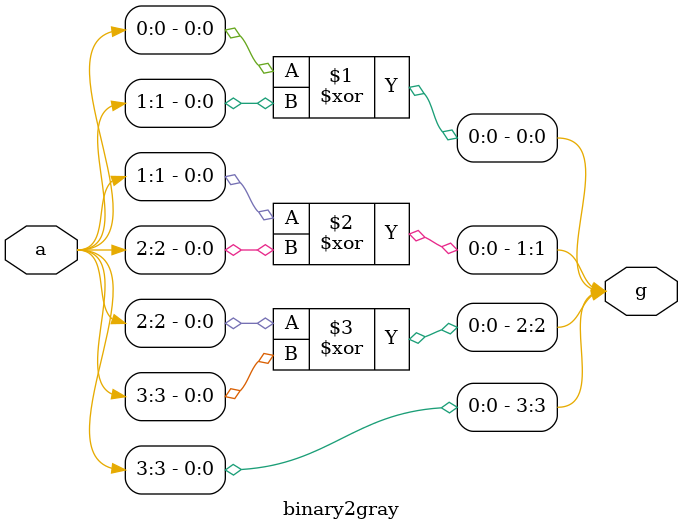
<source format=v>
module binary2gray(
    input [3:0] a,
    output [3:0] g
);
assign g[0] = a[0] ^ a[1];
assign g[1] = a[1] ^ a[2];
assign g[2] = a[2] ^ a[3];
assign g[3] = a[3];
endmodule
</source>
